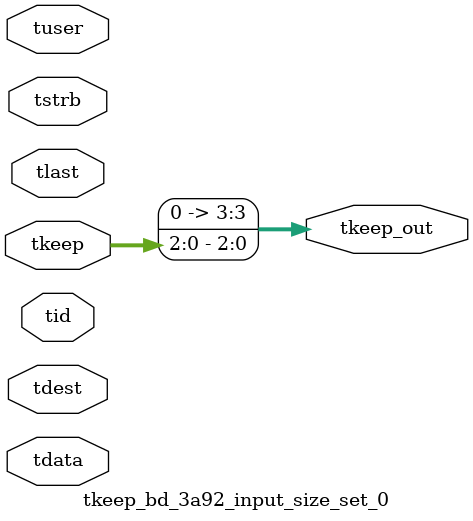
<source format=v>


`timescale 1ps/1ps

module tkeep_bd_3a92_input_size_set_0 #
(
parameter C_S_AXIS_TDATA_WIDTH = 32,
parameter C_S_AXIS_TUSER_WIDTH = 0,
parameter C_S_AXIS_TID_WIDTH   = 0,
parameter C_S_AXIS_TDEST_WIDTH = 0,
parameter C_M_AXIS_TDATA_WIDTH = 32
)
(
input  [(C_S_AXIS_TDATA_WIDTH == 0 ? 1 : C_S_AXIS_TDATA_WIDTH)-1:0     ] tdata,
input  [(C_S_AXIS_TUSER_WIDTH == 0 ? 1 : C_S_AXIS_TUSER_WIDTH)-1:0     ] tuser,
input  [(C_S_AXIS_TID_WIDTH   == 0 ? 1 : C_S_AXIS_TID_WIDTH)-1:0       ] tid,
input  [(C_S_AXIS_TDEST_WIDTH == 0 ? 1 : C_S_AXIS_TDEST_WIDTH)-1:0     ] tdest,
input  [(C_S_AXIS_TDATA_WIDTH/8)-1:0 ] tkeep,
input  [(C_S_AXIS_TDATA_WIDTH/8)-1:0 ] tstrb,
input                                                                    tlast,
output [(C_M_AXIS_TDATA_WIDTH/8)-1:0 ] tkeep_out
);

assign tkeep_out = {tkeep[2:0]};

endmodule


</source>
